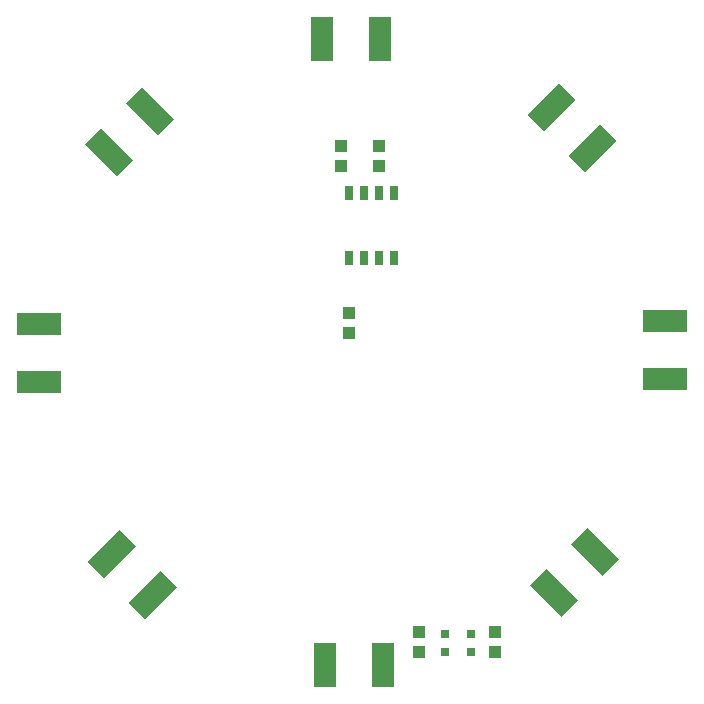
<source format=gbr>
G04 EAGLE Gerber RS-274X export*
G75*
%MOMM*%
%FSLAX34Y34*%
%LPD*%
%INSolderpaste Top*%
%IPPOS*%
%AMOC8*
5,1,8,0,0,1.08239X$1,22.5*%
G01*
%ADD10R,1.930400X3.810000*%
%ADD11R,3.810000X1.930400*%
%ADD12R,0.700000X1.300000*%
%ADD13R,1.100000X1.000000*%
%ADD14R,1.000000X1.100000*%
%ADD15R,0.800000X0.800000*%


D10*
X145193Y560036D03*
X96171Y560036D03*
D11*
G36*
X305089Y460564D02*
X332029Y487504D01*
X345679Y473854D01*
X318739Y446914D01*
X305089Y460564D01*
G37*
G36*
X270425Y495228D02*
X297365Y522168D01*
X311015Y508518D01*
X284075Y481578D01*
X270425Y495228D01*
G37*
X387016Y271840D03*
X387016Y320862D03*
G36*
X286433Y111425D02*
X313373Y84485D01*
X299723Y70835D01*
X272783Y97775D01*
X286433Y111425D01*
G37*
G36*
X321097Y146088D02*
X348037Y119148D01*
X334387Y105498D01*
X307447Y132438D01*
X321097Y146088D01*
G37*
D10*
X98790Y30049D03*
X147812Y30049D03*
D11*
G36*
X-61527Y130430D02*
X-88467Y103490D01*
X-102117Y117140D01*
X-75177Y144080D01*
X-61527Y130430D01*
G37*
G36*
X-26863Y95766D02*
X-53803Y68826D01*
X-67453Y82476D01*
X-40513Y109416D01*
X-26863Y95766D01*
G37*
X-143059Y318193D03*
X-143059Y269171D03*
G36*
X-42501Y478585D02*
X-69441Y505525D01*
X-55791Y519175D01*
X-28851Y492235D01*
X-42501Y478585D01*
G37*
G36*
X-77165Y443921D02*
X-104105Y470861D01*
X-90455Y484511D01*
X-63515Y457571D01*
X-77165Y443921D01*
G37*
D12*
X144850Y374500D03*
X157550Y374500D03*
X132150Y374500D03*
X119450Y374500D03*
X144850Y429500D03*
X157550Y429500D03*
X132150Y429500D03*
X119450Y429500D03*
D13*
X178328Y57586D03*
X178328Y40586D03*
X242500Y58000D03*
X242500Y41000D03*
X144500Y469000D03*
X144500Y452000D03*
D14*
X119000Y328000D03*
X119000Y311000D03*
X112500Y452000D03*
X112500Y469000D03*
D15*
X200732Y41111D03*
X200732Y56111D03*
X222500Y41000D03*
X222500Y56000D03*
M02*

</source>
